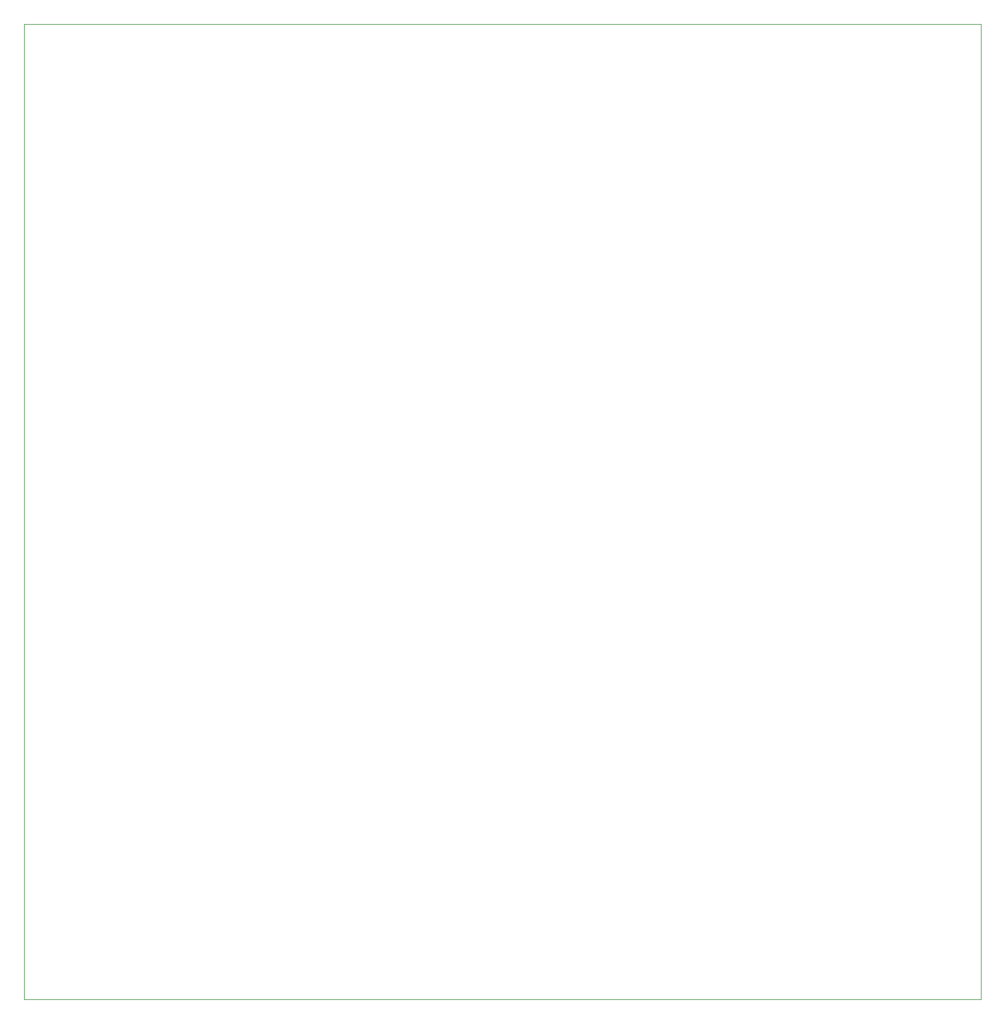
<source format=gbr>
G04 #@! TF.GenerationSoftware,KiCad,Pcbnew,(5.1.6)-1*
G04 #@! TF.CreationDate,2020-08-15T13:17:47-05:00*
G04 #@! TF.ProjectId,6502_homebrew_computer,36353032-5f68-46f6-9d65-627265775f63,0.01*
G04 #@! TF.SameCoordinates,Original*
G04 #@! TF.FileFunction,Profile,NP*
%FSLAX46Y46*%
G04 Gerber Fmt 4.6, Leading zero omitted, Abs format (unit mm)*
G04 Created by KiCad (PCBNEW (5.1.6)-1) date 2020-08-15 13:17:47*
%MOMM*%
%LPD*%
G01*
G04 APERTURE LIST*
G04 #@! TA.AperFunction,Profile*
%ADD10C,0.038100*%
G04 #@! TD*
G04 APERTURE END LIST*
D10*
X24168000Y-25400000D02*
X158768000Y-25400000D01*
X158768000Y-162560000D02*
X158768000Y-25400000D01*
X24168000Y-162560000D02*
X158768000Y-162560000D01*
X24168000Y-25400000D02*
X24168000Y-162560000D01*
M02*

</source>
